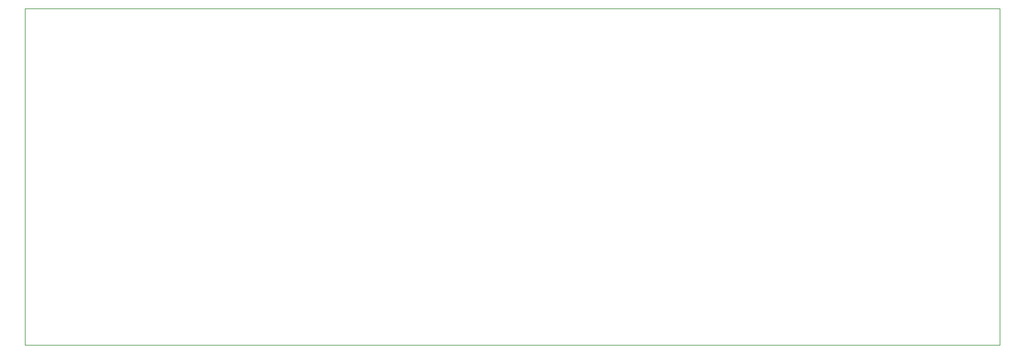
<source format=gm1>
G04 #@! TF.FileFunction,Profile,NP*
%FSLAX46Y46*%
G04 Gerber Fmt 4.6, Leading zero omitted, Abs format (unit mm)*
G04 Created by KiCad (PCBNEW 4.0.7+dfsg1-1) date Sun May 13 22:10:31 2018*
%MOMM*%
%LPD*%
G01*
G04 APERTURE LIST*
%ADD10C,0.100000*%
G04 APERTURE END LIST*
D10*
X25400000Y-25400000D02*
X161290000Y-25400000D01*
X25400000Y-72390000D02*
X161290000Y-72390000D01*
X161290000Y-72390000D02*
X161290000Y-25400000D01*
X25400000Y-25400000D02*
X25400000Y-72390000D01*
M02*

</source>
